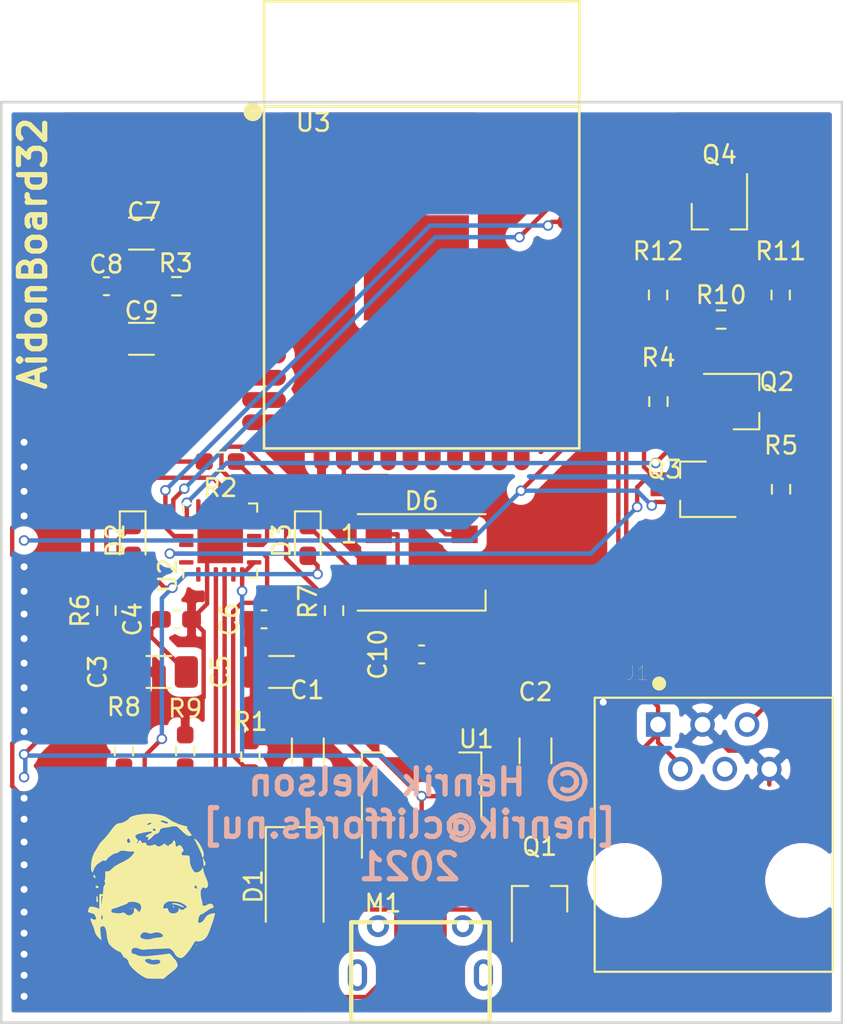
<source format=kicad_pcb>
(kicad_pcb (version 20171130) (host pcbnew 5.1.10-88a1d61d58~88~ubuntu20.10.1)
  (title_block (title AidonBoard32) (date 2021-04-28) (rev 1) (company "Henrik Nelson"))
  (layers (0 F.Cu signal) (31 B.Cu signal) (34 B.Paste user) (35 F.Paste user) (36 B.SilkS user) (37 F.SilkS user) (38 B.Mask user) (39 F.Mask user) (44 Edge.Cuts user))
  (net 0 "")
  (net 1 VBUS)
  (net 2 GND)
  (net 3 +3V3)
  (net 4 /D-)
  (net 5 /D+)
  (net 6 /LED_RX)
  (net 7 /LED_TX)
  (net 8 /RTS)
  (net 9 /MCU_TX)
  (net 10 /MCU_RX)
  (net 11 /DTR)
  (net 12 "Net-(D2-Pad1)")
  (net 13 "Net-(D3-Pad1)")
  (net 14 /IO13)
  (net 15 /EN)
  (net 16 /IO0)
  (net 17 /UART_RX)
  (net 18 "Net-(D4-Pad1)")
  (net 19 "Net-(Q2-Pad1)")
  (net 20 /HAN_OUT)
  (net 21 +5V)
  (net 22 "Net-(Q3-Pad1)")
  (net 23 "Net-(Q4-Pad1)")
  (net 24 "Net-(R2-Pad1)")
  (net 25 "Net-(J1-Pad4)")
  (net 26 "Net-(M1-Pad4)")
  (net 27 "Net-(U2-Pad24)")
  (net 28 "Net-(U2-Pad22)")
  (net 29 "Net-(U2-Pad18)")
  (net 30 "Net-(U2-Pad17)")
  (net 31 "Net-(U2-Pad16)")
  (net 32 "Net-(U2-Pad15)")
  (net 33 "Net-(U2-Pad12)")
  (net 34 "Net-(U2-Pad11)")
  (net 35 "Net-(U2-Pad10)")
  (net 36 "Net-(U2-Pad1)")
  (net 37 "Net-(U3-Pad4)")
  (net 38 "Net-(U3-Pad5)")
  (net 39 "Net-(U3-Pad6)")
  (net 40 "Net-(U3-Pad7)")
  (net 41 "Net-(U3-Pad8)")
  (net 42 "Net-(U3-Pad9)")
  (net 43 "Net-(U3-Pad10)")
  (net 44 "Net-(U3-Pad11)")
  (net 45 "Net-(U3-Pad12)")
  (net 46 "Net-(U3-Pad13)")
  (net 47 "Net-(U3-Pad14)")
  (net 48 "Net-(U3-Pad17)")
  (net 49 "Net-(U3-Pad18)")
  (net 50 "Net-(U3-Pad19)")
  (net 51 "Net-(U3-Pad20)")
  (net 52 "Net-(U3-Pad21)")
  (net 53 "Net-(U3-Pad22)")
  (net 54 "Net-(U3-Pad23)")
  (net 55 "Net-(U3-Pad24)")
  (net 56 "Net-(U3-Pad26)")
  (net 57 "Net-(U3-Pad28)")
  (net 58 "Net-(U3-Pad29)")
  (net 59 "Net-(U3-Pad30)")
  (net 60 "Net-(U3-Pad31)")
  (net 61 "Net-(U3-Pad32)")
  (net 62 "Net-(U3-Pad33)")
  (net 63 "Net-(U3-Pad36)")
  (net 64 "Net-(U3-Pad37)")
  (net 65 VCC)
  (net 66 "Net-(D2-Pad2)")
  (net 67 "Net-(D5-Pad1)")
  (net 68 "Net-(D6-Pad2)")
  (module Resistor_SMD:R_0603_1608Metric_Pad0.98x0.95mm_HandSolder (layer F.Cu) (at 116.5 50 270)
    (fp_text reference R12 (at -2.5 0 180) (layer F.SilkS))
    (fp_text value 10K)
    (pad 2 smd roundrect (at 0.9125 0 270) (size 0.975 0.95) (layers F.Cu F.Paste F.Mask) (net 17 /UART_RX))
    (pad 1 smd roundrect (at -0.9125 0 270) (size 0.975 0.95) (layers F.Cu F.Paste F.Mask) (net 3 +3V3))
  )
  (module LED_SMD:LED_WS2812B_PLCC4_5.0x5.0mm_P3.2mm (layer F.Cu) (at 103 65.25)
    (fp_text reference D6 (at 0 -3.5) (layer F.SilkS))
    (fp_text value WS2812B)
    (fp_text user 1 (at -4.15 -1.6) (layer F.SilkS))
    (pad 1 smd rect (at -2.45 -1.6) (size 1.5 1) (layers F.Cu F.Paste F.Mask) (net 65 VCC))
    (pad 2 smd rect (at -2.45 1.6) (size 1.5 1) (layers F.Cu F.Paste F.Mask) (net 68 "Net-(D6-Pad2)"))
    (pad 4 smd rect (at 2.45 -1.6) (size 1.5 1) (layers F.Cu F.Paste F.Mask) (net 14 /IO13))
    (pad 3 smd rect (at 2.45 1.6) (size 1.5 1) (layers F.Cu F.Paste F.Mask) (net 2 GND))
  )
  (module LED_SMD:LED_0603_1608Metric_Pad1.05x0.95mm_HandSolder (layer F.Cu) (at 88.9046 84.7948 270)
    (fp_text reference D5 (at 0 1 90) (layer F.SilkS))
    (fp_text value LED_Small)
    (pad 2 smd roundrect (at 0.875 0 270) (size 1.05 0.95) (layers F.Cu F.Paste F.Mask) (net 66 "Net-(D2-Pad2)"))
    (pad 1 smd roundrect (at -0.875 0 270) (size 1.05 0.95) (layers F.Cu F.Paste F.Mask) (net 67 "Net-(D5-Pad1)"))
  )
  (module Harry:Harry_3 (layer F.Cu) (at 87.5 84.5)
    (fp_text reference G1 hide)
    (fp_text value LOGO hide)
  )
  (module Package_TO_SOT_SMD:SOT-23_Handsoldering (layer F.Cu) (at 118.52 61.08 180)
    (fp_text reference Q3 (at 1.662188 1.133236) (layer F.SilkS))
    (fp_text value MMBT3904)
    (pad 3 smd rect (at 1.5 0 180) (size 1.9 0.8) (layers F.Cu F.Paste F.Mask) (net 16 /IO0))
    (pad 2 smd rect (at -1.5 0.95 180) (size 1.9 0.8) (layers F.Cu F.Paste F.Mask) (net 11 /DTR))
    (pad 1 smd rect (at -1.5 -0.95 180) (size 1.9 0.8) (layers F.Cu F.Paste F.Mask) (net 22 "Net-(Q3-Pad1)"))
  )
  (module Resistor_SMD:R_0603_1608Metric_Pad0.98x0.95mm_HandSolder (layer F.Cu) (at 123.5 50 270)
    (fp_text reference R11 (at -2.5 0 180) (layer F.SilkS))
    (fp_text value 1K)
    (pad 2 smd roundrect (at 0.9125 0 270) (size 0.975 0.95) (layers F.Cu F.Paste F.Mask) (net 20 /HAN_OUT))
    (pad 1 smd roundrect (at -0.9125 0 270) (size 0.975 0.95) (layers F.Cu F.Paste F.Mask) (net 23 "Net-(Q4-Pad1)"))
  )
  (module Resistor_SMD:R_0603_1608Metric_Pad0.98x0.95mm_HandSolder (layer F.Cu) (at 120.1 51.4)
    (fp_text reference R10 (at 0 -1.4) (layer F.SilkS))
    (fp_text value 10K)
    (pad 2 smd roundrect (at 0.9125 0) (size 0.975 0.95) (layers F.Cu F.Paste F.Mask) (net 20 /HAN_OUT))
    (pad 1 smd roundrect (at -0.9125 0) (size 0.975 0.95) (layers F.Cu F.Paste F.Mask) (net 21 +5V))
  )
  (module Resistor_SMD:R_0603_1608Metric_Pad0.98x0.95mm_HandSolder (layer F.Cu) (at 89.5 76 270)
    (fp_text reference R9 (at -2.4125 0 180) (layer F.SilkS))
    (fp_text value 220)
    (pad 2 smd roundrect (at 0.9125 0 270) (size 0.975 0.95) (layers F.Cu F.Paste F.Mask) (net 67 "Net-(D5-Pad1)"))
    (pad 1 smd roundrect (at -0.9125 0 270) (size 0.975 0.95) (layers F.Cu F.Paste F.Mask) (net 2 GND))
  )
  (module Resistor_SMD:R_0603_1608Metric_Pad0.98x0.95mm_HandSolder (layer F.Cu) (at 86 76 270)
    (fp_text reference R8 (at -2.5 0 180) (layer F.SilkS))
    (fp_text value 220)
    (pad 2 smd roundrect (at 0.9125 0 270) (size 0.975 0.95) (layers F.Cu F.Paste F.Mask) (net 18 "Net-(D4-Pad1)"))
    (pad 1 smd roundrect (at -0.9125 0 270) (size 0.975 0.95) (layers F.Cu F.Paste F.Mask) (net 2 GND))
  )
  (module Resistor_SMD:R_0603_1608Metric_Pad0.98x0.95mm_HandSolder (layer F.Cu) (at 98 68 270)
    (fp_text reference R7 (at -0.5 1.5 90) (layer F.SilkS))
    (fp_text value 220)
    (pad 2 smd roundrect (at 0.9125 0 270) (size 0.975 0.95) (layers F.Cu F.Paste F.Mask) (net 13 "Net-(D3-Pad1)"))
    (pad 1 smd roundrect (at -0.9125 0 270) (size 0.975 0.95) (layers F.Cu F.Paste F.Mask) (net 6 /LED_RX))
  )
  (module Resistor_SMD:R_0603_1608Metric_Pad0.98x0.95mm_HandSolder (layer F.Cu) (at 85 68 270)
    (fp_text reference R6 (at 0 1.5 90) (layer F.SilkS))
    (fp_text value 220)
    (pad 2 smd roundrect (at 0.9125 0 270) (size 0.975 0.95) (layers F.Cu F.Paste F.Mask) (net 12 "Net-(D2-Pad1)"))
    (pad 1 smd roundrect (at -0.9125 0 270) (size 0.975 0.95) (layers F.Cu F.Paste F.Mask) (net 7 /LED_TX))
  )
  (module Resistor_SMD:R_0603_1608Metric_Pad0.98x0.95mm_HandSolder (layer F.Cu) (at 123.52 61.08 90)
    (fp_text reference R5 (at 2.5 0 180) (layer F.SilkS))
    (fp_text value 10K)
    (pad 2 smd roundrect (at 0.9125 0 90) (size 0.975 0.95) (layers F.Cu F.Paste F.Mask) (net 8 /RTS))
    (pad 1 smd roundrect (at -0.9125 0 90) (size 0.975 0.95) (layers F.Cu F.Paste F.Mask) (net 22 "Net-(Q3-Pad1)"))
  )
  (module Resistor_SMD:R_0603_1608Metric_Pad0.98x0.95mm_HandSolder (layer F.Cu) (at 116.52 56.08 90)
    (fp_text reference R4 (at 2.5 0 180) (layer F.SilkS))
    (fp_text value 10K)
    (pad 2 smd roundrect (at 0.9125 0 90) (size 0.975 0.95) (layers F.Cu F.Paste F.Mask) (net 11 /DTR))
    (pad 1 smd roundrect (at -0.9125 0 90) (size 0.975 0.95) (layers F.Cu F.Paste F.Mask) (net 19 "Net-(Q2-Pad1)"))
  )
  (module Resistor_SMD:R_0603_1608Metric_Pad0.98x0.95mm_HandSolder (layer F.Cu) (at 89 49.5)
    (fp_text reference R3 (at -0.041473 -1.316765) (layer F.SilkS))
    (fp_text value 10K)
    (pad 2 smd roundrect (at 0.9125 0) (size 0.975 0.95) (layers F.Cu F.Paste F.Mask) (net 15 /EN))
    (pad 1 smd roundrect (at -0.9125 0) (size 0.975 0.95) (layers F.Cu F.Paste F.Mask) (net 3 +3V3))
  )
  (module Resistor_SMD:R_0603_1608Metric_Pad0.98x0.95mm_HandSolder (layer F.Cu) (at 91.5 59.5 180)
    (fp_text reference R2 (at 0 -1.5) (layer F.SilkS))
    (fp_text value 1K)
    (pad 2 smd roundrect (at 0.9125 0 180) (size 0.975 0.95) (layers F.Cu F.Paste F.Mask) (net 3 +3V3))
    (pad 1 smd roundrect (at -0.9125 0 180) (size 0.975 0.95) (layers F.Cu F.Paste F.Mask) (net 24 "Net-(R2-Pad1)"))
  )
  (module Resistor_SMD:R_0603_1608Metric_Pad0.98x0.95mm_HandSolder (layer F.Cu) (at 93.224 76.338 90)
    (fp_text reference R1 (at 2 0 180) (layer F.SilkS))
    (fp_text value 100K)
    (pad 2 smd roundrect (at 0.9125 0 90) (size 0.975 0.95) (layers F.Cu F.Paste F.Mask) (net 2 GND))
    (pad 1 smd roundrect (at -0.9125 0 90) (size 0.975 0.95) (layers F.Cu F.Paste F.Mask) (net 1 VBUS))
  )
  (module Package_TO_SOT_SMD:SOT-23_Handsoldering (layer F.Cu) (at 120 45.5 270)
    (fp_text reference Q4 (at -3.5 0 180) (layer F.SilkS))
    (fp_text value MMBT3904)
    (pad 3 smd rect (at 1.5 0 270) (size 1.9 0.8) (layers F.Cu F.Paste F.Mask) (net 17 /UART_RX))
    (pad 2 smd rect (at -1.5 0.95 270) (size 1.9 0.8) (layers F.Cu F.Paste F.Mask) (net 2 GND))
    (pad 1 smd rect (at -1.5 -0.95 270) (size 1.9 0.8) (layers F.Cu F.Paste F.Mask) (net 23 "Net-(Q4-Pad1)"))
  )
  (module 5555165-1:TE_5555165-1 (layer F.Cu) (at 116.5 74.5)
    (fp_text reference J1 (at -1.200485 -2.929185) (layer F.SilkS) (effects (font (size 0.800323 0.800323) (thickness 0.015))))
    (fp_text value RJ12)
    (pad None np_thru_hole circle (at 8.25 8.89) (size 3.25 3.25) (drill 3.25) (layers *.Cu *.Mask))
    (pad None np_thru_hole circle (at -1.91 8.89) (size 3.25 3.25) (drill 3.25) (layers *.Cu *.Mask))
    (pad 6 thru_hole circle (at 6.35 2.54) (size 1.398 1.398) (drill 0.89) (layers *.Cu *.Mask) (net 2 GND))
    (pad 5 thru_hole circle (at 5.08 0) (size 1.398 1.398) (drill 0.89) (layers *.Cu *.Mask) (net 20 /HAN_OUT))
    (pad 4 thru_hole circle (at 3.81 2.54) (size 1.398 1.398) (drill 0.89) (layers *.Cu *.Mask) (net 25 "Net-(J1-Pad4)"))
    (pad 3 thru_hole circle (at 2.54 0) (size 1.398 1.398) (drill 0.89) (layers *.Cu *.Mask) (net 2 GND))
    (pad 2 thru_hole circle (at 1.27 2.54) (size 1.398 1.398) (drill 0.89) (layers *.Cu *.Mask) (net 21 +5V))
    (pad 1 thru_hole rect (at 0 0) (size 1.398 1.398) (drill 0.89) (layers *.Cu *.Mask) (net 21 +5V))
  )
  (module LED_SMD:LED_0603_1608Metric_Pad1.05x0.95mm_HandSolder (layer F.Cu) (at 86.312 84.9627)
    (fp_text reference D4 (at 0 -1) (layer F.SilkS))
    (fp_text value LED_Small)
    (pad 2 smd roundrect (at 0.875 0) (size 1.05 0.95) (layers F.Cu F.Paste F.Mask) (net 66 "Net-(D2-Pad2)"))
    (pad 1 smd roundrect (at -0.875 0) (size 1.05 0.95) (layers F.Cu F.Paste F.Mask) (net 18 "Net-(D4-Pad1)"))
  )
  (module LED_SMD:LED_0603_1608Metric_Pad1.05x0.95mm_HandSolder (layer F.Cu) (at 96.5 64 270)
    (fp_text reference D3 (at 0 1.5 90) (layer F.SilkS))
    (fp_text value LED_Small)
    (pad 2 smd roundrect (at 0.875 0 270) (size 1.05 0.95) (layers F.Cu F.Paste F.Mask) (net 66 "Net-(D2-Pad2)"))
    (pad 1 smd roundrect (at -0.875 0 270) (size 1.05 0.95) (layers F.Cu F.Paste F.Mask) (net 13 "Net-(D3-Pad1)"))
  )
  (module LED_SMD:LED_0603_1608Metric_Pad1.05x0.95mm_HandSolder (layer F.Cu) (at 86.5 64 270)
    (fp_text reference D2 (at 0 1 90) (layer F.SilkS))
    (fp_text value LED_Small)
    (pad 2 smd roundrect (at 0.875 0 270) (size 1.05 0.95) (layers F.Cu F.Paste F.Mask) (net 66 "Net-(D2-Pad2)"))
    (pad 1 smd roundrect (at -0.875 0 270) (size 1.05 0.95) (layers F.Cu F.Paste F.Mask) (net 12 "Net-(D2-Pad1)"))
  )
  (module Diode_SMD:D_SMA (layer F.Cu) (at 95.75 83.75 270)
    (fp_text reference D1 (at -0.016959 2.353581 90) (layer F.SilkS))
    (fp_text value SS54)
    (pad 2 smd rect (at 2 0 270) (size 2.5 1.8) (layers F.Cu F.Paste F.Mask) (net 1 VBUS))
    (pad 1 smd rect (at -2 0 270) (size 2.5 1.8) (layers F.Cu F.Paste F.Mask) (net 65 VCC))
  )
  (module Capacitor_SMD:C_0603_1608Metric_Pad1.08x0.95mm_HandSolder (layer F.Cu) (at 103 70.5 180)
    (fp_text reference C10 (at 2.5 0 270) (layer F.SilkS))
    (fp_text value 0.1uF)
    (pad 2 smd roundrect (at 0.8625 0 180) (size 1.075 0.95) (layers F.Cu F.Paste F.Mask) (net 65 VCC))
    (pad 1 smd roundrect (at -0.8625 0 180) (size 1.075 0.95) (layers F.Cu F.Paste F.Mask) (net 2 GND))
  )
  (module Capacitor_SMD:C_0603_1608Metric_Pad1.08x0.95mm_HandSolder (layer F.Cu) (at 85 49.5 180)
    (fp_text reference C8 (at 0.008612 1.244636) (layer F.SilkS))
    (fp_text value 0.1uF)
    (pad 2 smd roundrect (at 0.8625 0 180) (size 1.075 0.95) (layers F.Cu F.Paste F.Mask) (net 2 GND))
    (pad 1 smd roundrect (at -0.8625 0 180) (size 1.075 0.95) (layers F.Cu F.Paste F.Mask) (net 3 +3V3))
  )
  (module Capacitor_SMD:C_0603_1608Metric_Pad1.08x0.95mm_HandSolder (layer F.Cu) (at 94 68.5 180)
    (fp_text reference C6 (at 2 0 270) (layer F.SilkS))
    (fp_text value 0.1uF)
    (pad 2 smd roundrect (at 0.8625 0 180) (size 1.075 0.95) (layers F.Cu F.Paste F.Mask) (net 2 GND))
    (pad 1 smd roundrect (at -0.8625 0 180) (size 1.075 0.95) (layers F.Cu F.Paste F.Mask) (net 1 VBUS))
  )
  (module Capacitor_SMD:C_0603_1608Metric_Pad1.08x0.95mm_HandSolder (layer F.Cu) (at 89 68.5)
    (fp_text reference C4 (at -2.5 0 -90) (layer F.SilkS))
    (fp_text value 0.1uF)
    (pad 2 smd roundrect (at 0.8625 0) (size 1.075 0.95) (layers F.Cu F.Paste F.Mask) (net 2 GND))
    (pad 1 smd roundrect (at -0.8625 0) (size 1.075 0.95) (layers F.Cu F.Paste F.Mask) (net 3 +3V3))
  )
  (module Henrik-ESP32:ESP32-WROOM (layer F.Cu) (at 103 46 180)
    (fp_text reference U3 (at 6.18602 5.829882 180) (layer F.SilkS))
    (fp_text value ESP32-WROOM)
    (pad 39 smd rect (at 0.3 -2.45 180) (size 6 6) (layers F.Cu F.Paste F.Mask) (net 2 GND))
    (pad 1 smd oval (at 9 5.25 180) (size 2.5 0.9) (layers F.Cu F.Paste F.Mask) (net 2 GND))
    (pad 2 smd oval (at 9 3.98 180) (size 2.5 0.9) (layers F.Cu F.Paste F.Mask) (net 3 +3V3))
    (pad 3 smd oval (at 9 2.71 180) (size 2.5 0.9) (layers F.Cu F.Paste F.Mask) (net 15 /EN))
    (pad 4 smd oval (at 9 1.44 180) (size 2.5 0.9) (layers F.Cu F.Paste F.Mask) (net 37 "Net-(U3-Pad4)"))
    (pad 5 smd oval (at 9 0.17 180) (size 2.5 0.9) (layers F.Cu F.Paste F.Mask) (net 38 "Net-(U3-Pad5)"))
    (pad 6 smd oval (at 9 -1.1 180) (size 2.5 0.9) (layers F.Cu F.Paste F.Mask) (net 39 "Net-(U3-Pad6)"))
    (pad 7 smd oval (at 9 -2.37 180) (size 2.5 0.9) (layers F.Cu F.Paste F.Mask) (net 40 "Net-(U3-Pad7)"))
    (pad 8 smd oval (at 9 -3.64 180) (size 2.5 0.9) (layers F.Cu F.Paste F.Mask) (net 41 "Net-(U3-Pad8)"))
    (pad 9 smd oval (at 9 -4.91 180) (size 2.5 0.9) (layers F.Cu F.Paste F.Mask) (net 42 "Net-(U3-Pad9)"))
    (pad 10 smd oval (at 9 -6.18 180) (size 2.5 0.9) (layers F.Cu F.Paste F.Mask) (net 43 "Net-(U3-Pad10)"))
    (pad 11 smd oval (at 9 -7.45 180) (size 2.5 0.9) (layers F.Cu F.Paste F.Mask) (net 44 "Net-(U3-Pad11)"))
    (pad 12 smd oval (at 9 -8.72 180) (size 2.5 0.9) (layers F.Cu F.Paste F.Mask) (net 45 "Net-(U3-Pad12)"))
    (pad 13 smd oval (at 9 -9.99 180) (size 2.5 0.9) (layers F.Cu F.Paste F.Mask) (net 46 "Net-(U3-Pad13)"))
    (pad 14 smd oval (at 9 -11.26 180) (size 2.5 0.9) (layers F.Cu F.Paste F.Mask) (net 47 "Net-(U3-Pad14)"))
    (pad 15 smd oval (at 5.715 -12.75 180) (size 0.9 2.5) (layers F.Cu F.Paste F.Mask) (net 2 GND))
    (pad 16 smd oval (at 4.445 -12.75 180) (size 0.9 2.5) (layers F.Cu F.Paste F.Mask) (net 14 /IO13))
    (pad 17 smd oval (at 3.175 -12.75 180) (size 0.9 2.5) (layers F.Cu F.Paste F.Mask) (net 48 "Net-(U3-Pad17)"))
    (pad 18 smd oval (at 1.905 -12.75 180) (size 0.9 2.5) (layers F.Cu F.Paste F.Mask) (net 49 "Net-(U3-Pad18)"))
    (pad 19 smd oval (at 0.635 -12.75 180) (size 0.9 2.5) (layers F.Cu F.Paste F.Mask) (net 50 "Net-(U3-Pad19)"))
    (pad 20 smd oval (at -0.635 -12.75 180) (size 0.9 2.5) (layers F.Cu F.Paste F.Mask) (net 51 "Net-(U3-Pad20)"))
    (pad 21 smd oval (at -1.905 -12.75 180) (size 0.9 2.5) (layers F.Cu F.Paste F.Mask) (net 52 "Net-(U3-Pad21)"))
    (pad 22 smd oval (at -3.175 -12.75 180) (size 0.9 2.5) (layers F.Cu F.Paste F.Mask) (net 53 "Net-(U3-Pad22)"))
    (pad 23 smd oval (at -4.445 -12.75 180) (size 0.9 2.5) (layers F.Cu F.Paste F.Mask) (net 54 "Net-(U3-Pad23)"))
    (pad 24 smd oval (at -5.715 -12.75 180) (size 0.9 2.5) (layers F.Cu F.Paste F.Mask) (net 55 "Net-(U3-Pad24)"))
    (pad 25 smd oval (at -9 -11.26 180) (size 2.5 0.9) (layers F.Cu F.Paste F.Mask) (net 16 /IO0))
    (pad 26 smd oval (at -9 -9.99 180) (size 2.5 0.9) (layers F.Cu F.Paste F.Mask) (net 56 "Net-(U3-Pad26)"))
    (pad 27 smd oval (at -9 -8.72 180) (size 2.5 0.9) (layers F.Cu F.Paste F.Mask) (net 17 /UART_RX))
    (pad 28 smd oval (at -9 -7.45 180) (size 2.5 0.9) (layers F.Cu F.Paste F.Mask) (net 57 "Net-(U3-Pad28)"))
    (pad 29 smd oval (at -9 -6.18 180) (size 2.5 0.9) (layers F.Cu F.Paste F.Mask) (net 58 "Net-(U3-Pad29)"))
    (pad 30 smd oval (at -9 -4.91 180) (size 2.5 0.9) (layers F.Cu F.Paste F.Mask) (net 59 "Net-(U3-Pad30)"))
    (pad 31 smd oval (at -9 -3.64 180) (size 2.5 0.9) (layers F.Cu F.Paste F.Mask) (net 60 "Net-(U3-Pad31)"))
    (pad 32 smd oval (at -9 -2.37 180) (size 2.5 0.9) (layers F.Cu F.Paste F.Mask) (net 61 "Net-(U3-Pad32)"))
    (pad 33 smd oval (at -9 -1.1 180) (size 2.5 0.9) (layers F.Cu F.Paste F.Mask) (net 62 "Net-(U3-Pad33)"))
    (pad 34 smd oval (at -9 0.17 180) (size 2.5 0.9) (layers F.Cu F.Paste F.Mask) (net 10 /MCU_RX))
    (pad 35 smd oval (at -9 1.44 180) (size 2.5 0.9) (layers F.Cu F.Paste F.Mask) (net 9 /MCU_TX))
    (pad 36 smd oval (at -9 2.71 180) (size 2.5 0.9) (layers F.Cu F.Paste F.Mask) (net 63 "Net-(U3-Pad36)"))
    (pad 37 smd oval (at -9 3.98 180) (size 2.5 0.9) (layers F.Cu F.Paste F.Mask) (net 64 "Net-(U3-Pad37)"))
    (pad 38 smd oval (at -9 5.25 180) (size 2.5 0.9) (layers F.Cu F.Paste F.Mask) (net 2 GND))
  )
  (module Package_DFN_QFN:QFN-24-1EP_4x4mm_P0.5mm_EP2.6x2.6mm (layer F.Cu) (at 91.5 64 90)
    (fp_text reference U2 (at -2 -3 90) (layer F.SilkS))
    (fp_text value CP2102N-GQFN24)
    (pad 25 smd rect (at 0 0 90) (size 2.6 2.6) (layers F.Cu F.Mask) (net 2 GND))
    (pad 24 smd roundrect (at -1.25 -1.9375 90) (size 0.25 0.825) (layers F.Cu F.Paste F.Mask) (net 27 "Net-(U2-Pad24)"))
    (pad 23 smd roundrect (at -0.75 -1.9375 90) (size 0.25 0.825) (layers F.Cu F.Paste F.Mask) (net 11 /DTR))
    (pad 22 smd roundrect (at -0.25 -1.9375 90) (size 0.25 0.825) (layers F.Cu F.Paste F.Mask) (net 28 "Net-(U2-Pad22)"))
    (pad 21 smd roundrect (at 0.25 -1.9375 90) (size 0.25 0.825) (layers F.Cu F.Paste F.Mask) (net 10 /MCU_RX))
    (pad 20 smd roundrect (at 0.75 -1.9375 90) (size 0.25 0.825) (layers F.Cu F.Paste F.Mask) (net 9 /MCU_TX))
    (pad 19 smd roundrect (at 1.25 -1.9375 90) (size 0.25 0.825) (layers F.Cu F.Paste F.Mask) (net 8 /RTS))
    (pad 18 smd roundrect (at 1.9375 -1.25 90) (size 0.825 0.25) (layers F.Cu F.Paste F.Mask) (net 29 "Net-(U2-Pad18)"))
    (pad 17 smd roundrect (at 1.9375 -0.75 90) (size 0.825 0.25) (layers F.Cu F.Paste F.Mask) (net 30 "Net-(U2-Pad17)"))
    (pad 16 smd roundrect (at 1.9375 -0.25 90) (size 0.825 0.25) (layers F.Cu F.Paste F.Mask) (net 31 "Net-(U2-Pad16)"))
    (pad 15 smd roundrect (at 1.9375 0.25 90) (size 0.825 0.25) (layers F.Cu F.Paste F.Mask) (net 32 "Net-(U2-Pad15)"))
    (pad 14 smd roundrect (at 1.9375 0.75 90) (size 0.825 0.25) (layers F.Cu F.Paste F.Mask) (net 7 /LED_TX))
    (pad 13 smd roundrect (at 1.9375 1.25 90) (size 0.825 0.25) (layers F.Cu F.Paste F.Mask) (net 6 /LED_RX))
    (pad 12 smd roundrect (at 1.25 1.9375 90) (size 0.25 0.825) (layers F.Cu F.Paste F.Mask) (net 33 "Net-(U2-Pad12)"))
    (pad 11 smd roundrect (at 0.75 1.9375 90) (size 0.25 0.825) (layers F.Cu F.Paste F.Mask) (net 34 "Net-(U2-Pad11)"))
    (pad 10 smd roundrect (at 0.25 1.9375 90) (size 0.25 0.825) (layers F.Cu F.Paste F.Mask) (net 35 "Net-(U2-Pad10)"))
    (pad 9 smd roundrect (at -0.25 1.9375 90) (size 0.25 0.825) (layers F.Cu F.Paste F.Mask) (net 24 "Net-(R2-Pad1)"))
    (pad 8 smd roundrect (at -0.75 1.9375 90) (size 0.25 0.825) (layers F.Cu F.Paste F.Mask) (net 1 VBUS))
    (pad 7 smd roundrect (at -1.25 1.9375 90) (size 0.25 0.825) (layers F.Cu F.Paste F.Mask) (net 3 +3V3))
    (pad 6 smd roundrect (at -1.9375 1.25 90) (size 0.825 0.25) (layers F.Cu F.Paste F.Mask) (net 3 +3V3))
    (pad 5 smd roundrect (at -1.9375 0.75 90) (size 0.825 0.25) (layers F.Cu F.Paste F.Mask) (net 3 +3V3))
    (pad 4 smd roundrect (at -1.9375 0.25 90) (size 0.825 0.25) (layers F.Cu F.Paste F.Mask) (net 4 /D-))
    (pad 3 smd roundrect (at -1.9375 -0.25 90) (size 0.825 0.25) (layers F.Cu F.Paste F.Mask) (net 5 /D+))
    (pad 2 smd roundrect (at -1.9375 -0.75 90) (size 0.825 0.25) (layers F.Cu F.Paste F.Mask) (net 2 GND))
    (pad 1 smd roundrect (at -1.9375 -1.25 90) (size 0.825 0.25) (layers F.Cu F.Paste F.Mask) (net 36 "Net-(U2-Pad1)"))
  )
  (module Package_TO_SOT_SMD:SOT-223 (layer F.Cu) (at 103 78 90)
    (fp_text reference U1 (at 2.675899 3.118986 180) (layer F.SilkS))
    (fp_text value AMS1117-3V3)
    (pad 1 smd rect (at -3.15 -2.3 90) (size 2 1.5) (layers F.Cu F.Paste F.Mask) (net 2 GND))
    (pad 3 smd rect (at -3.15 2.3 90) (size 2 1.5) (layers F.Cu F.Paste F.Mask) (net 65 VCC))
    (pad 2 smd rect (at -3.15 0 90) (size 2 1.5) (layers F.Cu F.Paste F.Mask) (net 3 +3V3))
    (pad 4 smd rect (at 3.15 0 90) (size 2 3.8) (layers F.Cu F.Paste F.Mask))
  )
  (module Package_TO_SOT_SMD:SOT-23_Handsoldering (layer F.Cu) (at 121.52 56.08)
    (fp_text reference Q2 (at 1.757741 -1.127842) (layer F.SilkS))
    (fp_text value MMBT3904)
    (pad 3 smd rect (at 1.5 0) (size 1.9 0.8) (layers F.Cu F.Paste F.Mask) (net 15 /EN))
    (pad 2 smd rect (at -1.5 0.95) (size 1.9 0.8) (layers F.Cu F.Paste F.Mask) (net 8 /RTS))
    (pad 1 smd rect (at -1.5 -0.95) (size 1.9 0.8) (layers F.Cu F.Paste F.Mask) (net 19 "Net-(Q2-Pad1)"))
  )
  (module Package_TO_SOT_SMD:SOT-23_Handsoldering (layer F.Cu) (at 109.734 84.466 90)
    (fp_text reference Q1 (at 3 0 180) (layer F.SilkS))
    (fp_text value Si2301CDS-T1-GE3)
    (pad 3 smd rect (at 1.5 0 90) (size 1.9 0.8) (layers F.Cu F.Paste F.Mask) (net 21 +5V))
    (pad 2 smd rect (at -1.5 0.95 90) (size 1.9 0.8) (layers F.Cu F.Paste F.Mask) (net 65 VCC))
    (pad 1 smd rect (at -1.5 -0.95 90) (size 1.9 0.8) (layers F.Cu F.Paste F.Mask) (net 1 VBUS))
  )
  (module Capacitor_SMD:C_1206_3216Metric_Pad1.33x1.80mm_HandSolder (layer F.Cu) (at 87 52.5 180)
    (fp_text reference C9 (at -0.011022 1.599877) (layer F.SilkS))
    (fp_text value 1uF)
    (pad 2 smd roundrect (at 1.5625 0 180) (size 1.325 1.8) (layers F.Cu F.Paste F.Mask) (roundrect_rratio 0.1886777358490566) (net 2 GND))
    (pad 1 smd roundrect (at -1.5625 0 180) (size 1.325 1.8) (layers F.Cu F.Paste F.Mask) (roundrect_rratio 0.1886777358490566) (net 15 /EN))
  )
  (module Capacitor_SMD:C_1206_3216Metric_Pad1.33x1.80mm_HandSolder (layer F.Cu) (at 87 46.5 180)
    (fp_text reference C7 (at -0.155282 1.23682) (layer F.SilkS))
    (fp_text value 10uF)
    (pad 2 smd roundrect (at 1.5625 0 180) (size 1.325 1.8) (layers F.Cu F.Paste F.Mask) (roundrect_rratio 0.1886777358490566) (net 2 GND))
    (pad 1 smd roundrect (at -1.5625 0 180) (size 1.325 1.8) (layers F.Cu F.Paste F.Mask) (roundrect_rratio 0.1886777358490566) (net 3 +3V3))
  )
  (module Capacitor_SMD:C_1206_3216Metric_Pad1.33x1.80mm_HandSolder (layer F.Cu) (at 95 71.5 180)
    (fp_text reference C5 (at 3.5 0 270) (layer F.SilkS))
    (fp_text value 4.7uF)
    (pad 2 smd roundrect (at 1.5625 0 180) (size 1.325 1.8) (layers F.Cu F.Paste F.Mask) (roundrect_rratio 0.1886777358490566) (net 2 GND))
    (pad 1 smd roundrect (at -1.5625 0 180) (size 1.325 1.8) (layers F.Cu F.Paste F.Mask) (roundrect_rratio 0.1886777358490566) (net 1 VBUS))
  )
  (module Capacitor_SMD:C_1206_3216Metric_Pad1.33x1.80mm_HandSolder (layer F.Cu) (at 88 71.5 180)
    (fp_text reference C3 (at 3.5 0 90) (layer F.SilkS))
    (fp_text value 4.7uF)
    (pad 2 smd roundrect (at 1.5625 0 180) (size 1.325 1.8) (layers F.Cu F.Paste F.Mask) (roundrect_rratio 0.1886777358490566) (net 2 GND))
    (pad 1 smd roundrect (at -1.5625 0 180) (size 1.325 1.8) (layers F.Cu F.Paste F.Mask) (roundrect_rratio 0.1886777358490566) (net 3 +3V3))
  )
  (module Capacitor_SMD:C_1206_3216Metric_Pad1.33x1.80mm_HandSolder (layer F.Cu) (at 109.5 76 90)
    (fp_text reference C2 (at 3.359563 -0.001846 180) (layer F.SilkS))
    (fp_text value 22uF)
    (pad 2 smd roundrect (at 1.5625 0 90) (size 1.325 1.8) (layers F.Cu F.Paste F.Mask) (roundrect_rratio 0.1886777358490566) (net 2 GND))
    (pad 1 smd roundrect (at -1.5625 0 90) (size 1.325 1.8) (layers F.Cu F.Paste F.Mask) (roundrect_rratio 0.1886777358490566) (net 3 +3V3))
  )
  (module Capacitor_SMD:C_1206_3216Metric_Pad1.33x1.80mm_HandSolder (layer F.Cu) (at 96.5 76 270)
    (fp_text reference C1 (at -3.46432 0.033716 180) (layer F.SilkS))
    (fp_text value 22uF)
    (pad 2 smd roundrect (at 1.5625 0 270) (size 1.325 1.8) (layers F.Cu F.Paste F.Mask) (roundrect_rratio 0.1886777358490566) (net 2 GND))
    (pad 1 smd roundrect (at -1.5625 0 270) (size 1.325 1.8) (layers F.Cu F.Paste F.Mask) (roundrect_rratio 0.1886777358490566) (net 65 VCC))
  )
  (module Henrik-Connectors:MICRO_USB_18_TH (layer F.Cu) (at 103 88.6666)
    (fp_text reference M1 (at -2.21 -3.97) (layer F.SilkS))
    (fp_text value U-F-M5DD-Y-L)
    (pad 0 thru_hole oval (at -3.67 0.12) (size 1.1 1.8) (drill oval 0.5 1.29) (layers *.Cu *.Mask))
    (pad 1 smd rect (at -1.37 -2.67) (size 0.4 1.25) (layers F.Cu F.Paste F.Mask) (net 1 VBUS))
    (pad 2 smd rect (at -0.72 -2.67) (size 0.4 1.25) (layers F.Cu F.Paste F.Mask) (net 4 /D-))
    (pad 5 smd rect (at 1.23 -2.67) (size 0.4 1.25) (layers F.Cu F.Paste F.Mask) (net 2 GND))
    (pad 4 smd rect (at 0.58 -2.67) (size 0.4 1.25) (layers F.Cu F.Paste F.Mask) (net 26 "Net-(M1-Pad4)"))
    (pad 0 thru_hole circle (at -2.495 -2.67) (size 1.25 1.25) (drill 0.7) (layers *.Cu *.Mask))
    (pad 0 thru_hole circle (at 2.355 -2.67) (size 1.25 1.25) (drill 0.7) (layers *.Cu *.Mask))
    (pad 3 smd rect (at -0.07 -2.67) (size 0.4 1.25) (layers F.Cu F.Paste F.Mask) (net 5 /D+))
    (pad 0 thru_hole oval (at 3.53 0.12) (size 1.1 1.8) (drill oval 0.5 1.29) (layers *.Cu *.Mask))
  )
  (gr_text "© Henrik Nelson \n[henrik@cliffords.nu]\n2021" (at 102.3 80.2) (layer B.SilkS) (effects (font (size 1.5 1.5) (thickness 0.3)) (justify mirror)))
  (gr_line (start 79 39) (end 79 91.5) (angle 90) (layer Edge.Cuts) (width 0.15))
  (gr_line (start 127 39) (end 79 39) (angle 90) (layer Edge.Cuts) (width 0.15))
  (gr_line (start 127 91.5) (end 127 39) (angle 90) (layer Edge.Cuts) (width 0.15))
  (gr_line (start 79 91.5) (end 127 91.5) (angle 90) (layer Edge.Cuts) (width 0.15))
  (gr_text AidonBoard32 (at 80.798557 47.636537 90) (layer F.SilkS) (effects (font (size 1.5 1.5) (thickness 0.3))))
  (segment (start 108.784 85.966) (end 108.0587 85.966) (width 0.25) (layer F.Cu) (net 1))
  (segment (start 101.63 85.0463) (end 107.139 85.0463) (width 0.25) (layer F.Cu) (net 1))
  (segment (start 107.139 85.0463) (end 108.0587 85.966) (width 0.25) (layer F.Cu) (net 1))
  (segment (start 96.9753 85.75) (end 97.679 85.0463) (width 0.25) (layer F.Cu) (net 1))
  (segment (start 97.679 85.0463) (end 101.63 85.0463) (width 0.25) (layer F.Cu) (net 1))
  (segment (start 93.7734 67.4109) (end 94.1783 67.006) (width 0.25) (layer F.Cu) (net 1))
  (segment (start 94.1783 67.006) (end 94.1783 64.9756) (width 0.25) (layer F.Cu) (net 1))
  (segment (start 94.1783 64.9756) (end 93.9527 64.75) (width 0.25) (layer F.Cu) (net 1))
  (segment (start 93.9527 64.75) (end 93.4375 64.75) (width 0.25) (layer F.Cu) (net 1))
  (segment (start 93.224 77.2505) (end 92.2371 76.2636) (width 0.25) (layer F.Cu) (net 1))
  (segment (start 92.2371 76.2636) (end 92.2371 68.0538) (width 0.25) (layer F.Cu) (net 1))
  (segment (start 92.2371 68.0538) (end 92.7344 67.5565) (width 0.25) (layer F.Cu) (net 1))
  (segment (start 92.7344 67.5565) (end 93.6278 67.5565) (width 0.25) (layer F.Cu) (net 1))
  (segment (start 93.6278 67.5565) (end 93.7734 67.4109) (width 0.25) (layer F.Cu) (net 1))
  (segment (start 93.7734 67.4109) (end 94.8625 68.5) (width 0.25) (layer F.Cu) (net 1))
  (segment (start 95.75 85.75) (end 96.9753 85.75) (width 0.25) (layer F.Cu) (net 1))
  (segment (start 101.63 85.9966) (end 101.63 85.0463) (width 0.25) (layer F.Cu) (net 1))
  (segment (start 93.224 77.2505) (end 93.224 84.4493) (width 0.25) (layer F.Cu) (net 1))
  (segment (start 93.224 84.4493) (end 94.5247 85.75) (width 0.25) (layer F.Cu) (net 1))
  (segment (start 95.75 85.75) (end 94.5247 85.75) (width 0.25) (layer F.Cu) (net 1))
  (segment (start 94.8625 68.5) (end 96.5625 70.2) (width 0.25) (layer F.Cu) (net 1))
  (segment (start 96.5625 70.2) (end 96.5625 71.5) (width 0.25) (layer F.Cu) (net 1))
  (segment (start 89.8625 68.5) (end 90.75 67.6125) (width 0.25) (layer F.Cu) (net 2))
  (segment (start 90.75 67.6125) (end 90.75 65.9375) (width 0.25) (layer F.Cu) (net 2))
  (segment (start 97.285 58.75) (end 97.285 57.1747) (width 0.25) (layer F.Cu) (net 2))
  (segment (start 102.7 48.45) (end 102.7 51.7753) (width 0.25) (layer F.Cu) (net 2))
  (segment (start 102.7 48.45) (end 106.0253 48.45) (width 0.25) (layer F.Cu) (net 2))
  (segment (start 97.3006 57.1747) (end 97.285 57.1747) (width 0.25) (layer F.Cu) (net 2))
  (segment (start 93.1375 68.5) (end 93.1375 71.2) (width 0.25) (layer F.Cu) (net 2))
  (segment (start 93.1375 71.2) (end 93.4375 71.5) (width 0.25) (layer F.Cu) (net 2))
  (segment (start 112 40.75) (end 110.4247 40.75) (width 0.25) (layer F.Cu) (net 2))
  (segment (start 122.85 77.9207) (end 122.85 77.04) (width 0.25) (layer F.Cu) (net 2))
  (segment (start 104.23 87.2414) (end 104.23 86.9469) (width 0.25) (layer F.Cu) (net 2))
  (segment (start 80.3 90) (end 80.3 88.8) (width 0.25) (layer F.Cu) (net 2))
  (segment (start 104.23 85.9966) (end 104.23 86.9469) (width 0.25) (layer F.Cu) (net 2))
  (segment (start 91.1875 40.75) (end 94 40.75) (width 0.25) (layer F.Cu) (net 2))
  (segment (start 119.04 74.5) (end 117.763 73.223) (width 0.25) (layer B.Cu) (net 2))
  (segment (start 117.763 73.223) (end 113.367 73.223) (width 0.25) (layer B.Cu) (net 2))
  (segment (start 100.7 81.15) (end 99.6247 81.15) (width 0.25) (layer F.Cu) (net 2))
  (segment (start 94.7288 72.7913) (end 94.7288 73.9207) (width 0.25) (layer F.Cu) (net 2))
  (segment (start 85.4375 46.5) (end 85.4375 48.2) (width 0.25) (layer F.Cu) (net 2))
  (segment (start 80.3 86.4) (end 80.3 87.6) (width 0.25) (layer F.Cu) (net 2))
  (segment (start 80.3 85.2) (end 80.3 86.4) (width 0.25) (layer F.Cu) (net 2))
  (segment (start 97.1953 72.7913) (end 94.7288 72.7913) (width 0.25) (layer F.Cu) (net 2))
  (segment (start 80.3 78.7) (end 79.6254 78.0254) (width 0.25) (layer F.Cu) (net 2))
  (segment (start 79.6254 78.0254) (end 79.6254 76.85) (width 0.25) (layer F.Cu) (net 2))
  (segment (start 80.3 79.9) (end 80.3 78.7) (width 0.25) (layer F.Cu) (net 2))
  (segment (start 119.04 74.5) (end 120.5265 75.9865) (width 0.25) (layer F.Cu) (net 2))
  (segment (start 120.5265 75.9865) (end 121.7965 75.9865) (width 0.25) (layer F.Cu) (net 2))
  (segment (start 121.7965 75.9865) (end 122.85 77.04) (width 0.25) (layer F.Cu) (net 2))
  (segment (start 103.8625 70.5) (end 103.8625 70.1588) (width 0.25) (layer F.Cu) (net 2))
  (segment (start 119.05 44) (end 118.3247 44) (width 0.25) (layer F.Cu) (net 2))
  (segment (start 112 40.75) (end 115.0747 40.75) (width 0.25) (layer F.Cu) (net 2))
  (segment (start 115.0747 40.75) (end 118.3247 44) (width 0.25) (layer F.Cu) (net 2))
  (segment (start 105.45 66.85) (end 104.3747 66.85) (width 0.25) (layer F.Cu) (net 2))
  (segment (start 91.5 64) (end 90.75 64.75) (width 0.25) (layer F.Cu) (net 2))
  (segment (start 90.75 64.75) (end 90.75 65.9375) (width 0.25) (layer F.Cu) (net 2))
  (segment (start 85.4375 52.5) (end 84.1375 52.5) (width 0.25) (layer F.Cu) (net 2))
  (segment (start 80.3 81.2) (end 80.3 79.9) (width 0.25) (layer F.Cu) (net 2))
  (segment (start 80.3 82.5) (end 80.3 81.2) (width 0.25) (layer F.Cu) (net 2))
  (segment (start 80.3 83.9) (end 80.3 82.5) (width 0.25) (layer F.Cu) (net 2))
  (segment (start 80.3 85.2) (end 80.3 83.9) (width 0.25) (layer F.Cu) (net 2))
  (segment (start 80.3 88.8) (end 80.3 87.6) (width 0.25) (layer F.Cu) (net 2))
  (via (at 113.367 73.223) (size 0.6) (layers F.Cu B.Cu) (net 2))
  (via (at 80.3 83.9) (size 0.6) (layers F.Cu B.Cu) (net 2))
  (via (at 80.3 90) (size 0.6) (layers F.Cu B.Cu) (net 2))
  (via (at 80.3 88.8) (size 0.6) (layers F.Cu B.Cu) (net 2))
  (via (at 80.3 87.6) (size 0.6) (layers F.Cu B.Cu) (net 2))
  (via (at 80.3 85.2) (size 0.6) (layers F.Cu B.Cu) (net 2))
  (via (at 80.3 86.4) (size 0.6) (layers F.Cu B.Cu) (net 2))
  (via (at 80.3 82.5) (size 0.6) (layers F.Cu B.Cu) (net 2))
  (via (at 80.3 81.2) (size 0.6) (layers F.Cu B.Cu) (net 2))
  (via (at 80.3 79.9) (size 0.6) (layers F.Cu B.Cu) (net 2))
  (via (at 80.3 78.7) (size 0.6) (layers F.Cu B.Cu) (net 2))
  (segment (start 80.3 74.9) (end 80.3 73.7) (width 0.25) (layer F.Cu) (net 2))
  (segment (start 80.3 68.2) (end 80.3 66.9) (width 0.25) (layer F.Cu) (net 2))
  (segment (start 80.3 72.4) (end 80.3 71) (width 0.25) (layer F.Cu) (net 2))
  (segment (start 79.6222 64.8222) (end 79.6222 63.2778) (width 0.25) (layer F.Cu) (net 2))
  (segment (start 80.3 73.7) (end 80.3 72.4) (width 0.25) (layer F.Cu) (net 2))
  (via (at 80.3 66.9) (size 0.6) (layers F.Cu B.Cu) (net 2))
  (via (at 80.3 72.4) (size 0.6) (layers F.Cu B.Cu) (net 2))
  (segment (start 80.3 66.9) (end 80.3 65.5) (width 0.25) (layer F.Cu) (net 2))
  (segment (start 80.3 65.5) (end 79.6222 64.8222) (width 0.25) (layer F.Cu) (net 2))
  (via (at 80.3 69.6) (size 0.6) (layers F.Cu B.Cu) (net 2))
  (via (at 80.3 74.9) (size 0.6) (layers F.Cu B.Cu) (net 2))
  (via (at 80.3 68.2) (size 0.6) (layers F.Cu B.Cu) (net 2))
  (segment (start 80.3 71) (end 80.3 69.6) (width 0.25) (layer F.Cu) (net 2))
  (via (at 80.3 61.2) (size 0.6) (layers F.Cu B.Cu) (net 2))
  (segment (start 84.1375 53.2625) (end 84.1375 52.5) (width 0.25) (layer F.Cu) (net 2))
  (segment (start 80.3 69.6) (end 80.3 68.2) (width 0.25) (layer F.Cu) (net 2))
  (via (at 80.3 73.7) (size 0.6) (layers F.Cu B.Cu) (net 2))
  (via (at 80.3 62.6) (size 0.6) (layers F.Cu B.Cu) (net 2))
  (via (at 80.3 65.5) (size 0.6) (layers F.Cu B.Cu) (net 2))
  (via (at 80.3 59.8) (size 0.6) (layers F.Cu B.Cu) (net 2))
  (via (at 80.3 58.4) (size 0.6) (layers F.Cu B.Cu) (net 2))
  (via (at 80.3 71) (size 0.6) (layers F.Cu B.Cu) (net 2))
  (segment (start 80.3 59.8) (end 80.3 58.4) (width 0.25) (layer F.Cu) (net 2))
  (segment (start 80.3 61.2) (end 80.3 59.8) (width 0.25) (layer F.Cu) (net 2))
  (segment (start 79.6254 75.5746) (end 80.3 74.9) (width 0.25) (layer F.Cu) (net 2))
  (segment (start 79.6254 76.85) (end 79.6254 75.5746) (width 0.25) (layer F.Cu) (net 2))
  (segment (start 79.6222 63.2778) (end 80.3 62.6) (width 0.25) (layer F.Cu) (net 2))
  (segment (start 80.3 58.4) (end 80.3 57.1) (width 0.25) (layer F.Cu) (net 2))
  (segment (start 80.3 62.6) (end 80.3 61.2) (width 0.25) (layer F.Cu) (net 2))
  (segment (start 96 90.5) (end 96.0104 90.4896) (width 0.25) (layer F.Cu) (net 2))
  (segment (start 80.3 90) (end 80.8 90.5) (width 0.25) (layer F.Cu) (net 2))
  (segment (start 106.0253 45.1494) (end 110.4247 40.75) (width 0.25) (layer F.Cu) (net 2))
  (segment (start 104.23 87.2414) (end 113.5293 87.2414) (width 0.25) (layer F.Cu) (net 2))
  (segment (start 99.6247 80.6872) (end 99.6247 81.15) (width 0.25) (layer F.Cu) (net 2))
  (segment (start 96.5 77.5625) (end 99.6247 80.6872) (width 0.25) (layer F.Cu) (net 2))
  (segment (start 96.0104 90.4896) (end 100.9818 90.4896) (width 0.25) (layer F.Cu) (net 2))
  (segment (start 80.8 90.5) (end 96 90.5) (width 0.25) (layer F.Cu) (net 2))
  (segment (start 90.5529 72.9471) (end 90.5 73) (width 0.25) (layer F.Cu) (net 2))
  (segment (start 90.5529 69.1904) (end 90.5529 72.9471) (width 0.25) (layer F.Cu) (net 2))
  (segment (start 89.8625 68.5) (end 90.5529 69.1904) (width 0.25) (layer F.Cu) (net 2))
  (segment (start 113.367 73.223) (end 110.7145 73.223) (width 0.25) (layer F.Cu) (net 2))
  (segment (start 97.285 59.5376) (end 97.285 58.75) (width 0.25) (layer F.Cu) (net 2))
  (segment (start 97.285 60.5868) (end 97.285 59.5376) (width 0.25) (layer F.Cu) (net 2))
  (segment (start 99 62.3018) (end 97.285 60.5868) (width 0.25) (layer F.Cu) (net 2))
  (segment (start 99 64) (end 99 62.3018) (width 0.25) (layer F.Cu) (net 2))
  (segment (start 99.422 64.422) (end 99 64) (width 0.25) (layer F.Cu) (net 2))
  (segment (start 99.422 70.5646) (end 99.422 64.422) (width 0.25) (layer F.Cu) (net 2))
  (segment (start 103 78.584) (end 108.4785 78.584) (width 0.25) (layer F.Cu) (net 3))
  (segment (start 108.4785 78.584) (end 109.5 77.5625) (width 0.25) (layer F.Cu) (net 3))
  (segment (start 103 78.584) (end 103 81.15) (width 0.25) (layer F.Cu) (net 3))
  (segment (start 92.75 76.269) (end 100.685 76.269) (width 0.25) (layer B.Cu) (net 3))
  (segment (start 100.685 76.269) (end 103 78.584) (width 0.25) (layer B.Cu) (net 3))
  (segment (start 92.75 76.269) (end 92.75 66.8833) (width 0.25) (layer B.Cu) (net 3))
  (segment (start 80.369 76.269) (end 92.75 76.269) (width 0.25) (layer B.Cu) (net 3))
  (segment (start 87.5323 50.0552) (end 88.0875 49.5) (width 0.25) (layer F.Cu) (net 3))
  (segment (start 88.0964 59.5) (end 87.5323 58.9359) (width 0.25) (layer F.Cu) (net 3))
  (segment (start 87.5323 58.9359) (end 87.5323 50.0552) (width 0.25) (layer F.Cu) (net 3))
  (segment (start 87.5323 50.0552) (end 86.4177 50.0552) (width 0.25) (layer F.Cu) (net 3))
  (segment (start 86.4177 50.0552) (end 85.8625 49.5) (width 0.25) (layer F.Cu) (net 3))
  (segment (start 88.0964 59.5) (end 90.5875 59.5) (width 0.25) (layer F.Cu) (net 3))
  (segment (start 84.1942 69.7609) (end 84.1942 63.4022) (width 0.25) (layer F.Cu) (net 3))
  (segment (start 84.1942 63.4022) (end 88.0964 59.5) (width 0.25) (layer F.Cu) (net 3))
  (segment (start 109.5 77.5625) (end 109.9119 77.5625) (width 0.25) (layer F.Cu) (net 3))
  (segment (start 109.9119 77.5625) (end 114.2311 73.2433) (width 0.25) (layer F.Cu) (net 3))
  (segment (start 114.2311 73.2433) (end 114.2311 51.3564) (width 0.25) (layer F.Cu) (net 3))
  (segment (start 114.2311 51.3564) (end 116.5 49.0875) (width 0.25) (layer F.Cu) (net 3))
  (segment (start 80.3 76.2) (end 84.1942 72.3058) (width 0.25) (layer F.Cu) (net 3))
  (segment (start 84.1942 72.3058) (end 84.1942 69.7609) (width 0.25) (layer F.Cu) (net 3))
  (segment (start 84.1942 69.7609) (end 87.3036 69.7609) (width 0.25) (layer F.Cu) (net 3))
  (segment (start 87.3036 69.7609) (end 87.5635 69.501) (width 0.25) (layer F.Cu) (net 3))
  (segment (start 94 42.02) (end 92.4247 42.02) (width 0.25) (layer F.Cu) (net 3))
  (segment (start 88.5625 46.5) (end 92.4247 42.6378) (width 0.25) (layer F.Cu) (net 3))
  (segment (start 92.4247 42.6378) (end 92.4247 42.02) (width 0.25) (layer F.Cu) (net 3))
  (segment (start 88.0875 49.5) (end 88.5625 49.025) (width 0.25) (layer F.Cu) (net 3))
  (segment (start 88.5625 49.025) (end 88.5625 46.5) (width 0.25) (layer F.Cu) (net 3))
  (segment (start 87.5635 69.501) (end 87.5635 69.074) (width 0.25) (layer F.Cu) (net 3))
  (segment (start 87.5635 69.074) (end 88.1375 68.5) (width 0.25) (layer F.Cu) (net 3))
  (segment (start 89.5625 71.5) (end 87.5635 69.501) (width 0.25) (layer F.Cu) (net 3))
  (segment (start 80.3 76.2) (end 80.369 76.269) (width 0.25) (layer B.Cu) (net 3))
  (segment (start 80.3 77.5) (end 80.369 77.431) (width 0.25) (layer B.Cu) (net 3))
  (segment (start 80.369 77.431) (end 80.369 76.269) (width 0.25) (layer B.Cu) (net 3))
  (segment (start 92.75 65.9375) (end 92.75 66.8833) (width 0.25) (layer F.Cu) (net 3))
  (segment (start 92.25 65.9375) (end 92.75 65.9375) (width 0.25) (layer F.Cu) (net 3))
  (segment (start 92.75 65.9375) (end 93.4375 65.25) (width 0.25) (layer F.Cu) (net 3))
  (via (at 103 78.584) (size 0.6) (layers F.Cu B.Cu) (net 3))
  (via (at 92.75 66.8833) (size 0.6) (layers F.Cu B.Cu) (net 3))
  (via (at 80.3 77.5) (size 0.6) (layers F.Cu B.Cu) (net 3))
  (via (at 80.3 76.2) (size 0.6) (layers F.Cu B.Cu) (net 3))
  (segment (start 102.28 85.9966) (end 102.28 86.9469) (width 0.25) (layer F.Cu) (net 4))
  (segment (start 102.28 86.9469) (end 101.9015 87.3254) (width 0.25) (layer F.Cu) (net 4))
  (segment (start 101.9015 87.3254) (end 94.6838 87.3254) (width 0.25) (layer F.Cu) (net 4))
  (segment (start 94.6838 87.3254) (end 91.75 84.3916) (width 0.25) (layer F.Cu) (net 4))
  (segment (start 91.75 84.3916) (end 91.75 65.9375) (width 0.25) (layer F.Cu) (net 4))
  (segment (start 102.93 85.9966) (end 102.93 86.9494) (width 0.25) (layer F.Cu) (net 5))
  (segment (start 102.93 86.9494) (end 99.8402 90.0392) (width 0.25) (layer F.Cu) (net 5))
  (segment (start 99.8402 90.0392) (end 96.7373 90.0392) (width 0.25) (layer F.Cu) (net 5))
  (segment (start 96.7373 90.0392) (end 91.25 84.5519) (width 0.25) (layer F.Cu) (net 5))
  (segment (start 91.25 84.5519) (end 91.25 65.9375) (width 0.25) (layer F.Cu) (net 5))
  (segment (start 92.75 62.0625) (end 92.75 61.1647) (width 0.25) (layer F.Cu) (net 6))
  (segment (start 92.75 61.1647) (end 91.5681 59.9828) (width 0.25) (layer F.Cu) (net 6))
  (segment (start 91.5681 59.9828) (end 91.5681 58.9874) (width 0.25) (layer F.Cu) (net 6))
  (segment (start 91.5681 58.9874) (end 91.9023 58.6532) (width 0.25) (layer F.Cu) (net 6))
  (segment (start 91.9023 58.6532) (end 92.8574 58.6532) (width 0.25) (layer F.Cu) (net 6))
  (segment (start 92.8574 58.6532) (end 95.2635 61.0593) (width 0.25) (layer F.Cu) (net 6))
  (segment (start 95.2635 61.0593) (end 95.2635 65.0237) (width 0.25) (layer F.Cu) (net 6))
  (segment (start 95.2635 65.0237) (end 97.3273 67.0875) (width 0.25) (layer F.Cu) (net 6))
  (segment (start 97.3273 67.0875) (end 98 67.0875) (width 0.25) (layer F.Cu) (net 6))
  (segment (start 92.25 62.0625) (end 92.25 61.5974) (width 0.25) (layer F.Cu) (net 7))
  (segment (start 92.25 61.5974) (end 91.075 60.4224) (width 0.25) (layer F.Cu) (net 7))
  (segment (start 91.075 60.4224) (end 87.8109 60.4224) (width 0.25) (layer F.Cu) (net 7))
  (segment (start 87.8109 60.4224) (end 85 63.2333) (width 0.25) (layer F.Cu) (net 7))
  (segment (start 85 63.2333) (end 85 67.0875) (width 0.25) (layer F.Cu) (net 7))
  (segment (start 116.3571 59.585) (end 118.5495 57.3926) (width 0.25) (layer F.Cu) (net 8))
  (segment (start 118.5495 57.3926) (end 120.02 57.3926) (width 0.25) (layer F.Cu) (net 8))
  (segment (start 89.5933 61.8499) (end 91.8582 59.585) (width 0.25) (layer B.Cu) (net 8))
  (segment (start 91.8582 59.585) (end 116.3571 59.585) (width 0.25) (layer B.Cu) (net 8))
  (segment (start 89.5625 62.75) (end 89.5933 62.7192) (width 0.25) (layer F.Cu) (net 8))
  (segment (start 89.5933 62.7192) (end 89.5933 61.8499) (width 0.25) (layer F.Cu) (net 8))
  (segment (start 120.02 57.3926) (end 120.7451 57.3926) (width 0.25) (layer F.Cu) (net 8))
  (segment (start 120.7451 57.3926) (end 123.52 60.1675) (width 0.25) (layer F.Cu) (net 8))
  (segment (start 120.02 57.03) (end 120.02 57.3926) (width 0.25) (layer F.Cu) (net 8))
  (via (at 116.3571 59.585) (size 0.6) (layers F.Cu B.Cu) (net 8))
  (via (at 89.5933 61.8499) (size 0.6) (layers F.Cu B.Cu) (net 8))
  (segment (start 112 44.56) (end 110.4247 44.56) (width 0.25) (layer F.Cu) (net 9))
  (segment (start 110.4247 44.56) (end 110.4247 44.8631) (width 0.25) (layer F.Cu) (net 9))
  (segment (start 110.4247 44.8631) (end 108.5845 46.7033) (width 0.25) (layer F.Cu) (net 9))
  (segment (start 89.4481 61.0478) (end 103.7926 46.7033) (width 0.25) (layer B.Cu) (net 9))
  (segment (start 103.7926 46.7033) (end 108.5845 46.7033) (width 0.25) (layer B.Cu) (net 9))
  (segment (start 89.4481 61.0478) (end 88.8202 61.6757) (width 0.25) (layer F.Cu) (net 9))
  (segment (start 88.8202 61.6757) (end 88.8202 63.0153) (width 0.25) (layer F.Cu) (net 9))
  (segment (start 88.8202 63.0153) (end 89.0549 63.25) (width 0.25) (layer F.Cu) (net 9))
  (segment (start 89.0549 63.25) (end 89.5625 63.25) (width 0.25) (layer F.Cu) (net 9))
  (via (at 89.4481 61.0478) (size 0.6) (layers F.Cu B.Cu) (net 9))
  (via (at 108.5845 46.7033) (size 0.6) (layers F.Cu B.Cu) (net 9))
  (segment (start 89.5625 63.75) (end 88.8647 63.75) (width 0.25) (layer F.Cu) (net 10))
  (segment (start 88.8647 63.75) (end 88.3698 63.2551) (width 0.25) (layer F.Cu) (net 10))
  (segment (start 88.3698 63.2551) (end 88.3698 61.1387) (width 0.25) (layer F.Cu) (net 10))
  (segment (start 110.2154 46.0393) (end 103.4692 46.0393) (width 0.25) (layer B.Cu) (net 10))
  (segment (start 103.4692 46.0393) (end 88.3698 61.1387) (width 0.25) (layer B.Cu) (net 10))
  (segment (start 110.2154 46.0393) (end 110.4247 45.83) (width 0.25) (layer F.Cu) (net 10))
  (segment (start 112 45.83) (end 110.4247 45.83) (width 0.25) (layer F.Cu) (net 10))
  (via (at 110.2154 46.0393) (size 0.6) (layers F.Cu B.Cu) (net 10))
  (via (at 88.3698 61.1387) (size 0.6) (layers F.Cu B.Cu) (net 10))
  (segment (start 116.0793 60.1915) (end 116.13 60.2422) (width 0.25) (layer F.Cu) (net 11))
  (segment (start 116.13 60.2422) (end 118.6325 60.2422) (width 0.25) (layer F.Cu) (net 11))
  (segment (start 118.6325 60.2422) (end 118.7447 60.13) (width 0.25) (layer F.Cu) (net 11))
  (segment (start 116.52 55.1675) (end 115.6984 55.9891) (width 0.25) (layer F.Cu) (net 11))
  (segment (start 115.6984 55.9891) (end 115.6984 59.8106) (width 0.25) (layer F.Cu) (net 11))
  (segment (start 115.6984 59.8106) (end 116.0793 60.1915) (width 0.25) (layer F.Cu) (net 11))
  (segment (start 115.3067 62.0902) (end 115.3067 60.9641) (width 0.25) (layer F.Cu) (net 11))
  (segment (start 115.3067 60.9641) (end 116.0793 60.1915) (width 0.25) (layer F.Cu) (net 11))
  (segment (start 120.02 60.13) (end 118.7447 60.13) (width 0.25) (layer F.Cu) (net 11))
  (segment (start 89.5625 64.75) (end 88.6203 64.75) (width 0.25) (layer F.Cu) (net 11))
  (segment (start 88.6203 64.75) (end 88.6203 64.7499) (width 0.25) (layer F.Cu) (net 11))
  (segment (start 115.3067 62.0902) (end 112.647 64.7499) (width 0.25) (layer B.Cu) (net 11))
  (segment (start 112.647 64.7499) (end 88.6203 64.7499) (width 0.25) (layer B.Cu) (net 11))
  (via (at 115.3067 62.0902) (size 0.6) (layers F.Cu B.Cu) (net 11))
  (via (at 88.6203 64.7499) (size 0.6) (layers F.Cu B.Cu) (net 11))
  (segment (start 86.5 63.125) (end 85.694 63.931) (width 0.25) (layer F.Cu) (net 12))
  (segment (start 85.694 63.931) (end 85.694 66.2946) (width 0.25) (layer F.Cu) (net 12))
  (segment (start 85.694 66.2946) (end 85.8475 66.4481) (width 0.25) (layer F.Cu) (net 12))
  (segment (start 85.8475 66.4481) (end 85.8475 68.065) (width 0.25) (layer F.Cu) (net 12))
  (segment (start 85.8475 68.065) (end 85 68.9125) (width 0.25) (layer F.Cu) (net 12))
  (segment (start 96.5 63.125) (end 98.8131 65.4381) (width 0.25) (layer F.Cu) (net 13))
  (segment (start 98.8131 65.4381) (end 98.8131 68.0994) (width 0.25) (layer F.Cu) (net 13))
  (segment (start 98.8131 68.0994) (end 98 68.9125) (width 0.25) (layer F.Cu) (net 13))
  (segment (start 105.45 63.65) (end 104.3747 63.65) (width 0.25) (layer F.Cu) (net 14))
  (segment (start 98.555 58.75) (end 98.555 60.3253) (width 0.25) (layer F.Cu) (net 14))
  (segment (start 98.555 60.3253) (end 101.05 60.3253) (width 0.25) (layer F.Cu) (net 14))
  (segment (start 101.05 60.3253) (end 104.3747 63.65) (width 0.25) (layer F.Cu) (net 14))
  (segment (start 89.9125 49.5) (end 92.4247 46.9878) (width 0.25) (layer F.Cu) (net 15))
  (segment (start 92.4247 46.9878) (end 92.4247 43.29) (width 0.25) (layer F.Cu) (net 15))
  (segment (start 88.5625 52.5) (end 89.9125 51.15) (width 0.25) (layer F.Cu) (net 15))
  (segment (start 89.9125 51.15) (end 89.9125 49.5) (width 0.25) (layer F.Cu) (net 15))
  (segment (start 94 43.29) (end 92.4247 43.29) (width 0.25) (layer F.Cu) (net 15))
  (segment (start 123.02 56.08) (end 123.02 55.3547) (width 0.25) (layer F.Cu) (net 15))
  (segment (start 94 43.29) (end 103.558 43.29) (width 0.25) (layer F.Cu) (net 15))
  (segment (start 103.558 43.29) (end 106.9326 39.9154) (width 0.25) (layer F.Cu) (net 15))
  (segment (start 106.9326 39.9154) (end 116.7764 39.9154) (width 0.25) (layer F.Cu) (net 15))
  (segment (start 116.7764 39.9154) (end 119.7754 42.9144) (width 0.25) (layer F.Cu) (net 15))
  (segment (start 119.7754 42.9144) (end 119.7754 44.6413) (width 0.25) (layer F.Cu) (net 15))
  (segment (start 119.7754 44.6413) (end 120.7387 45.6046) (width 0.25) (layer F.Cu) (net 15))
  (segment (start 120.7387 45.6046) (end 120.7387 48.9968) (width 0.25) (layer F.Cu) (net 15))
  (segment (start 120.7387 48.9968) (end 120.1798 49.5557) (width 0.25) (layer F.Cu) (net 15))
  (segment (start 120.1798 49.5557) (end 120.1798 52.5145) (width 0.25) (layer F.Cu) (net 15))
  (segment (start 120.1798 52.5145) (end 123.02 55.3547) (width 0.25) (layer F.Cu) (net 15))
  (segment (start 117.02 61.08) (end 117.02 61.8053) (width 0.25) (layer F.Cu) (net 16))
  (segment (start 117.02 61.8053) (end 116.3424 61.8053) (width 0.25) (layer F.Cu) (net 16))
  (segment (start 116.3424 61.8053) (end 116.1385 62.0092) (width 0.25) (layer F.Cu) (net 16))
  (segment (start 108.6707 61.161) (end 115.2903 61.161) (width 0.25) (layer B.Cu) (net 16))
  (segment (start 115.2903 61.161) (end 116.1385 62.0092) (width 0.25) (layer B.Cu) (net 16))
  (segment (start 108.6707 61.161) (end 112 57.8317) (width 0.25) (layer F.Cu) (net 16))
  (segment (start 112 57.8317) (end 112 57.26) (width 0.25) (layer F.Cu) (net 16))
  (segment (start 80.3 64) (end 105.8317 64) (width 0.25) (layer B.Cu) (net 16))
  (segment (start 105.8317 64) (end 108.6707 61.161) (width 0.25) (layer B.Cu) (net 16))
  (via (at 116.1385 62.0092) (size 0.6) (layers F.Cu B.Cu) (net 16))
  (via (at 108.6707 61.161) (size 0.6) (layers F.Cu B.Cu) (net 16))
  (via (at 80.3 64) (size 0.6) (layers F.Cu B.Cu) (net 16))
  (segment (start 117.3013 48.5887) (end 117.3013 50.1112) (width 0.25) (layer F.Cu) (net 17))
  (segment (start 117.3013 50.1112) (end 116.5 50.9125) (width 0.25) (layer F.Cu) (net 17))
  (segment (start 113.5753 54.72) (end 113.5753 50.6224) (width 0.25) (layer F.Cu) (net 17))
  (segment (start 113.5753 50.6224) (end 115.9716 48.2261) (width 0.25) (layer F.Cu) (net 17))
  (segment (start 115.9716 48.2261) (end 116.9387 48.2261) (width 0.25) (layer F.Cu) (net 17))
  (segment (start 116.9387 48.2261) (end 117.3013 48.5887) (width 0.25) (layer F.Cu) (net 17))
  (segment (start 119.2747 47) (end 117.686 48.5887) (width 0.25) (layer F.Cu) (net 17))
  (segment (start 117.686 48.5887) (end 117.3013 48.5887) (width 0.25) (layer F.Cu) (net 17))
  (segment (start 120 47) (end 119.2747 47) (width 0.25) (layer F.Cu) (net 17))
  (segment (start 112 54.72) (end 113.5753 54.72) (width 0.25) (layer F.Cu) (net 17))
  (segment (start 85.437 84.9627) (end 85.437 77.4755) (width 0.25) (layer F.Cu) (net 18))
  (segment (start 85.437 77.4755) (end 86 76.9125) (width 0.25) (layer F.Cu) (net 18))
  (segment (start 120.02 55.13) (end 118.3825 55.13) (width 0.25) (layer F.Cu) (net 19))
  (segment (start 118.3825 55.13) (end 116.52 56.9925) (width 0.25) (layer F.Cu) (net 19))
  (segment (start 123.0125 51.4) (end 123.5 50.9125) (width 0.25) (layer F.Cu) (net 20))
  (segment (start 121.0125 51.4) (end 123.0125 51.4) (width 0.25) (layer F.Cu) (net 20))
  (segment (start 121.58 74.5) (end 124.3708 71.7092) (width 0.25) (layer F.Cu) (net 20))
  (segment (start 124.3708 71.7092) (end 124.3708 52.7583) (width 0.25) (layer F.Cu) (net 20))
  (segment (start 124.3708 52.7583) (end 123.0125 51.4) (width 0.25) (layer F.Cu) (net 20))
  (segment (start 119.1875 51.4) (end 118.9701 51.4) (width 0.25) (layer F.Cu) (net 21))
  (segment (start 118.9701 51.4) (end 114.6814 55.6887) (width 0.25) (layer F.Cu) (net 21))
  (segment (start 114.6814 55.6887) (end 114.6814 71.6571) (width 0.25) (layer F.Cu) (net 21))
  (segment (start 114.6814 71.6571) (end 116.5 73.4757) (width 0.25) (layer F.Cu) (net 21))
  (segment (start 116.5 74.5) (end 116.5 73.4757) (width 0.25) (layer F.Cu) (net 21))
  (segment (start 109.734 82.966) (end 109.734 81.6907) (width 0.25) (layer F.Cu) (net 21))
  (segment (start 116.5 75.0121) (end 109.8214 81.6907) (width 0.25) (layer F.Cu) (net 21))
  (segment (start 109.8214 81.6907) (end 109.734 81.6907) (width 0.25) (layer F.Cu) (net 21))
  (segment (start 116.5 75.0121) (end 116.5 75.5243) (width 0.25) (layer F.Cu) (net 21))
  (segment (start 116.5 74.5) (end 116.5 75.0121) (width 0.25) (layer F.Cu) (net 21))
  (segment (start 116.5 75.5243) (end 117.77 76.7943) (width 0.25) (layer F.Cu) (net 21))
  (segment (start 117.77 76.7943) (end 117.77 77.04) (width 0.25) (layer F.Cu) (net 21))
  (segment (start 120.02 62.03) (end 123.4825 62.03) (width 0.25) (layer F.Cu) (net 22))
  (segment (start 123.4825 62.03) (end 123.52 61.9925) (width 0.25) (layer F.Cu) (net 22))
  (segment (start 120.95 44) (end 121.6753 44) (width 0.25) (layer F.Cu) (net 23))
  (segment (start 121.6753 44) (end 121.6753 47.2628) (width 0.25) (layer F.Cu) (net 23))
  (segment (start 121.6753 47.2628) (end 123.5 49.0875) (width 0.25) (layer F.Cu) (net 23))
  (segment (start 92.4125 59.5) (end 94.1755 61.263) (width 0.25) (layer F.Cu) (net 24))
  (segment (start 94.1755 61.263) (end 94.1755 63.9981) (width 0.25) (layer F.Cu) (net 24))
  (segment (start 94.1755 63.9981) (end 93.9236 64.25) (width 0.25) (layer F.Cu) (net 24))
  (segment (start 93.9236 64.25) (end 93.4375 64.25) (width 0.25) (layer F.Cu) (net 24))
  (segment (start 105.3 81.4891) (end 106.2071 81.4891) (width 0.25) (layer F.Cu) (net 65))
  (segment (start 106.2071 81.4891) (end 109.9587 85.2407) (width 0.25) (layer F.Cu) (net 65))
  (segment (start 109.9587 85.2407) (end 109.9587 85.966) (width 0.25) (layer F.Cu) (net 65))
  (segment (start 101.7754 82.3547) (end 101.8961 82.4754) (width 0.25) (layer F.Cu) (net 65))
  (segment (start 101.8961 82.4754) (end 104.3137 82.4754) (width 0.25) (layer F.Cu) (net 65))
  (segment (start 104.3137 82.4754) (end 105.3 81.4891) (width 0.25) (layer F.Cu) (net 65))
  (segment (start 105.3 81.4891) (end 105.3 81.15) (width 0.25) (layer F.Cu) (net 65))
  (segment (start 110.684 85.966) (end 109.9587 85.966) (width 0.25) (layer F.Cu) (net 65))
  (segment (start 97.6879 74.4375) (end 101.7754 78.525) (width 0.25) (layer F.Cu) (net 65))
  (segment (start 101.7754 78.525) (end 101.7754 82.3547) (width 0.25) (layer F.Cu) (net 65))
  (segment (start 101.7754 82.3547) (end 101.6547 82.4754) (width 0.25) (layer F.Cu) (net 65))
  (segment (start 101.6547 82.4754) (end 97.7007 82.4754) (width 0.25) (layer F.Cu) (net 65))
  (segment (start 97.7007 82.4754) (end 96.9753 81.75) (width 0.25) (layer F.Cu) (net 65))
  (segment (start 95.75 81.75) (end 96.9753 81.75) (width 0.25) (layer F.Cu) (net 65))
  (segment (start 97.6879 74.4375) (end 101.6254 70.5) (width 0.25) (layer F.Cu) (net 65))
  (segment (start 96.5 74.4375) (end 97.6879 74.4375) (width 0.25) (layer F.Cu) (net 65))
  (segment (start 101.6254 70.5) (end 101.6254 63.6501) (width 0.25) (layer F.Cu) (net 65))
  (segment (start 101.6254 63.6501) (end 101.6253 63.65) (width 0.25) (layer F.Cu) (net 65))
  (segment (start 102.1375 70.5) (end 101.6254 70.5) (width 0.25) (layer F.Cu) (net 65))
  (segment (start 100.55 63.65) (end 101.6253 63.65) (width 0.25) (layer F.Cu) (net 65))
  (segment (start 87.187 84.9627) (end 88.1975 84.9627) (width 0.25) (layer F.Cu) (net 66))
  (segment (start 88.1975 84.9627) (end 88.9046 85.6698) (width 0.25) (layer F.Cu) (net 66))
  (segment (start 88.1654 75.3173) (end 87.187 76.2957) (width 0.25) (layer F.Cu) (net 66))
  (segment (start 87.187 76.2957) (end 87.187 84.9627) (width 0.25) (layer F.Cu) (net 66))
  (segment (start 88.7654 66.6996) (end 88.1654 67.2996) (width 0.25) (layer B.Cu) (net 66))
  (segment (start 88.1654 67.2996) (end 88.1654 75.3173) (width 0.25) (layer B.Cu) (net 66))
  (segment (start 97.0563 65.9195) (end 89.5455 65.9195) (width 0.25) (layer B.Cu) (net 66))
  (segment (start 89.5455 65.9195) (end 88.7654 66.6996) (width 0.25) (layer B.Cu) (net 66))
  (segment (start 96.5 64.875) (end 97.0563 65.4313) (width 0.25) (layer F.Cu) (net 66))
  (segment (start 97.0563 65.4313) (end 97.0563 65.9195) (width 0.25) (layer F.Cu) (net 66))
  (segment (start 86.5 64.875) (end 88.3246 66.6996) (width 0.25) (layer F.Cu) (net 66))
  (segment (start 88.3246 66.6996) (end 88.7654 66.6996) (width 0.25) (layer F.Cu) (net 66))
  (via (at 88.1654 75.3173) (size 0.6) (layers F.Cu B.Cu) (net 66))
  (via (at 97.0563 65.9195) (size 0.6) (layers F.Cu B.Cu) (net 66))
  (via (at 88.7654 66.6996) (size 0.6) (layers F.Cu B.Cu) (net 66))
  (segment (start 88.9046 83.9198) (end 89.5 83.3244) (width 0.25) (layer F.Cu) (net 67))
  (segment (start 89.5 83.3244) (end 89.5 76.9125) (width 0.25) (layer F.Cu) (net 67))
  (zone (net 2) (net_name GND) (layer F.Cu) (connect_pads (clearance 0.508)) (min_thickness 0.254) (fill yes (arc_segments 32) (thermal_gap 0.508) (thermal_bridge_width 0.508))
    (polygon (pts (xy 127 91.5) (xy 79 91.5) (xy 79 57) (xy 81 57) (xy 82.5 55.5) (xy 82.5 39.5) (xy 79 39.5) (xy 79 39) (xy 127 39)))
  )
  (zone (net 2) (net_name GND) (layer B.Cu) (connect_pads (clearance 0.508)) (min_thickness 0.254) (fill yes (arc_segments 32) (thermal_gap 0.508) (thermal_bridge_width 0.508))
    (polygon (pts (xy 127 91.5) (xy 79 91.5) (xy 79 39) (xy 127 39)))
  )
)
</source>
